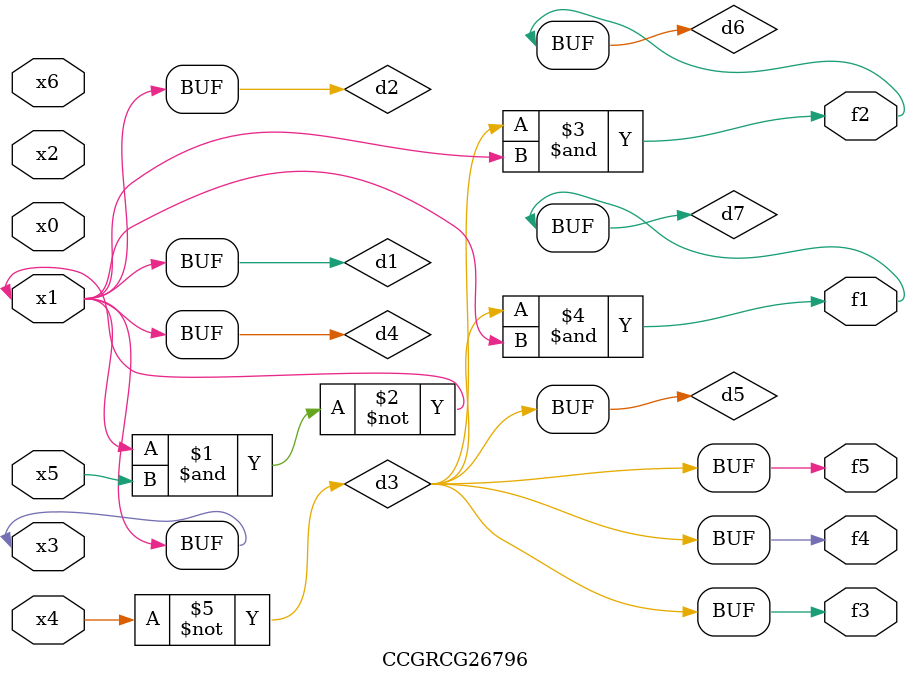
<source format=v>
module CCGRCG26796(
	input x0, x1, x2, x3, x4, x5, x6,
	output f1, f2, f3, f4, f5
);

	wire d1, d2, d3, d4, d5, d6, d7;

	buf (d1, x1, x3);
	nand (d2, x1, x5);
	not (d3, x4);
	buf (d4, d1, d2);
	buf (d5, d3);
	and (d6, d3, d4);
	and (d7, d3, d4);
	assign f1 = d7;
	assign f2 = d6;
	assign f3 = d5;
	assign f4 = d5;
	assign f5 = d5;
endmodule

</source>
